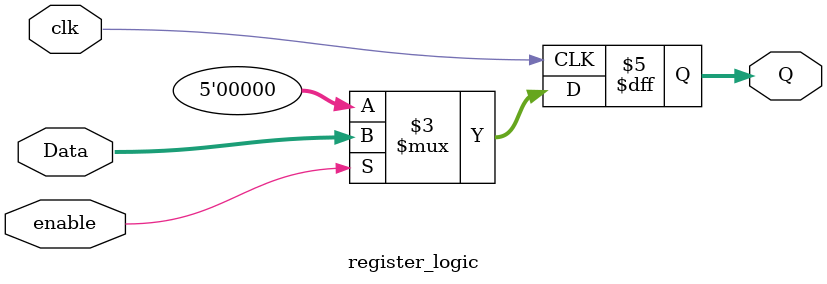
<source format=v>
`timescale 1ns / 1ps


module register_logic(
    input clk,
    input enable,
    input[4:0] Data,
    output reg[4:0] Q
    );

always @(posedge clk) begin
    if(enable) Q = Data;
    else Q = 0;
end

endmodule

</source>
